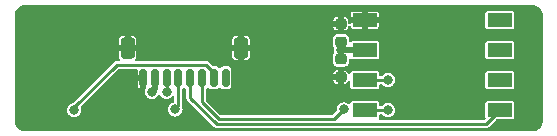
<source format=gbr>
%TF.GenerationSoftware,KiCad,Pcbnew,6.0.10-86aedd382b~118~ubuntu22.04.1*%
%TF.CreationDate,2023-03-14T18:26:23-07:00*%
%TF.ProjectId,pressure-spi-3,70726573-7375-4726-952d-7370692d332e,rev?*%
%TF.SameCoordinates,Original*%
%TF.FileFunction,Copper,L1,Top*%
%TF.FilePolarity,Positive*%
%FSLAX46Y46*%
G04 Gerber Fmt 4.6, Leading zero omitted, Abs format (unit mm)*
G04 Created by KiCad (PCBNEW 6.0.10-86aedd382b~118~ubuntu22.04.1) date 2023-03-14 18:26:23*
%MOMM*%
%LPD*%
G01*
G04 APERTURE LIST*
G04 Aperture macros list*
%AMRoundRect*
0 Rectangle with rounded corners*
0 $1 Rounding radius*
0 $2 $3 $4 $5 $6 $7 $8 $9 X,Y pos of 4 corners*
0 Add a 4 corners polygon primitive as box body*
4,1,4,$2,$3,$4,$5,$6,$7,$8,$9,$2,$3,0*
0 Add four circle primitives for the rounded corners*
1,1,$1+$1,$2,$3*
1,1,$1+$1,$4,$5*
1,1,$1+$1,$6,$7*
1,1,$1+$1,$8,$9*
0 Add four rect primitives between the rounded corners*
20,1,$1+$1,$2,$3,$4,$5,0*
20,1,$1+$1,$4,$5,$6,$7,0*
20,1,$1+$1,$6,$7,$8,$9,0*
20,1,$1+$1,$8,$9,$2,$3,0*%
G04 Aperture macros list end*
%TA.AperFunction,SMDPad,CuDef*%
%ADD10RoundRect,0.150000X-0.150000X-0.625000X0.150000X-0.625000X0.150000X0.625000X-0.150000X0.625000X0*%
%TD*%
%TA.AperFunction,SMDPad,CuDef*%
%ADD11RoundRect,0.250000X-0.350000X-0.650000X0.350000X-0.650000X0.350000X0.650000X-0.350000X0.650000X0*%
%TD*%
%TA.AperFunction,SMDPad,CuDef*%
%ADD12R,2.032000X1.143000*%
%TD*%
%TA.AperFunction,SMDPad,CuDef*%
%ADD13RoundRect,0.225000X-0.250000X0.225000X-0.250000X-0.225000X0.250000X-0.225000X0.250000X0.225000X0*%
%TD*%
%TA.AperFunction,SMDPad,CuDef*%
%ADD14RoundRect,0.225000X0.250000X-0.225000X0.250000X0.225000X-0.250000X0.225000X-0.250000X-0.225000X0*%
%TD*%
%TA.AperFunction,ViaPad*%
%ADD15C,0.800000*%
%TD*%
%TA.AperFunction,Conductor*%
%ADD16C,0.500000*%
%TD*%
%TA.AperFunction,Conductor*%
%ADD17C,0.250000*%
%TD*%
G04 APERTURE END LIST*
D10*
%TO.P,J1,1,Pin_1*%
%TO.N,GND*%
X-11500000Y-6325000D03*
%TO.P,J1,2,Pin_2*%
%TO.N,+3V3*%
X-10500000Y-6325000D03*
%TO.P,J1,3,Pin_3*%
%TO.N,/MISO*%
X-9500000Y-6325000D03*
%TO.P,J1,4,Pin_4*%
%TO.N,/SCLK*%
X-8500000Y-6325000D03*
%TO.P,J1,5,Pin_5*%
%TO.N,/!CS0*%
X-7500000Y-6325000D03*
%TO.P,J1,6,Pin_6*%
%TO.N,/!CS1*%
X-6500000Y-6325000D03*
%TO.P,J1,7,Pin_7*%
%TO.N,/!CS2*%
X-5500000Y-6325000D03*
%TO.P,J1,8,Pin_8*%
%TO.N,unconnected-(J1-Pad8)*%
X-4500000Y-6325000D03*
D11*
%TO.P,J1,MP*%
%TO.N,GND*%
X-12800000Y-3800000D03*
X-3200000Y-3800000D03*
%TD*%
D12*
%TO.P,U1,1,GND*%
%TO.N,GND*%
X7284000Y-1440000D03*
%TO.P,U1,2,VCC*%
%TO.N,+3V3*%
X7284000Y-3980000D03*
%TO.P,U1,3,MISO*%
%TO.N,/MISO*%
X7284000Y-6520000D03*
%TO.P,U1,4,SCLK*%
%TO.N,/SCLK*%
X7284000Y-9060000D03*
%TO.P,U1,5,SS*%
%TO.N,/!CS0*%
X18716000Y-9060000D03*
%TO.P,U1,6*%
%TO.N,N/C*%
X18716000Y-6520000D03*
%TO.P,U1,7*%
X18716000Y-3980000D03*
%TO.P,U1,8*%
X18716000Y-1440000D03*
%TD*%
D13*
%TO.P,C11,1*%
%TO.N,+3V3*%
X5250000Y-4725000D03*
%TO.P,C11,2*%
%TO.N,GND*%
X5250000Y-6275000D03*
%TD*%
D14*
%TO.P,C12,1*%
%TO.N,+3V3*%
X5250000Y-3275000D03*
%TO.P,C12,2*%
%TO.N,GND*%
X5250000Y-1725000D03*
%TD*%
D15*
%TO.N,+3V3*%
X5250000Y-4000000D03*
X-10750000Y-7500000D03*
%TO.N,GND*%
X-13000000Y-8750000D03*
X-13000000Y-1750000D03*
X21500000Y-1750000D03*
X-21750000Y-9500000D03*
X0Y-6250000D03*
X13000000Y-1750000D03*
X-21750000Y-1750000D03*
X0Y-1750000D03*
X21500000Y-9500000D03*
X13000000Y-9000000D03*
X0Y-8750000D03*
X13000000Y-6250000D03*
%TO.N,/!CS1*%
X5500000Y-9000000D03*
%TO.N,/MISO*%
X-9500000Y-7500000D03*
X9250000Y-6500000D03*
%TO.N,/SCLK*%
X9250000Y-9060000D03*
X-8750000Y-9000000D03*
%TO.N,/!CS2*%
X-17310000Y-9060000D03*
%TD*%
D16*
%TO.N,+3V3*%
X5250000Y-4000000D02*
X5250000Y-4725000D01*
X5250000Y-4000000D02*
X5270000Y-3980000D01*
X5270000Y-3980000D02*
X7284000Y-3980000D01*
X5250000Y-3275000D02*
X5250000Y-4000000D01*
X-10500000Y-7250000D02*
X-10750000Y-7500000D01*
X-10500000Y-6325000D02*
X-10500000Y-7250000D01*
D17*
%TO.N,/!CS1*%
X4700000Y-9800000D02*
X5500000Y-9000000D01*
X-6500000Y-8363604D02*
X-5063604Y-9800000D01*
X-6500000Y-6325000D02*
X-6500000Y-8363604D01*
X-5063604Y-9800000D02*
X4700000Y-9800000D01*
%TO.N,/MISO*%
X-9500000Y-6325000D02*
X-9500000Y-7500000D01*
X9230000Y-6520000D02*
X7284000Y-6520000D01*
X9250000Y-6500000D02*
X9230000Y-6520000D01*
%TO.N,/SCLK*%
X9250000Y-9060000D02*
X7284000Y-9060000D01*
X-8500000Y-8750000D02*
X-8750000Y-9000000D01*
X-8500000Y-6325000D02*
X-8500000Y-8750000D01*
%TO.N,/!CS0*%
X17526000Y-10250000D02*
X18716000Y-9060000D01*
X-5250000Y-10250000D02*
X17526000Y-10250000D01*
X-7500000Y-8000000D02*
X-5250000Y-10250000D01*
X-7500000Y-6325000D02*
X-7500000Y-8000000D01*
%TO.N,/!CS2*%
X-17310000Y-8810000D02*
X-13725000Y-5225000D01*
X-13725000Y-5225000D02*
X-6153249Y-5225000D01*
X-5500000Y-5878249D02*
X-5500000Y-6325000D01*
X-6153249Y-5225000D02*
X-5500000Y-5878249D01*
X-17310000Y-9060000D02*
X-17310000Y-8810000D01*
%TD*%
%TA.AperFunction,Conductor*%
%TO.N,GND*%
G36*
X21471315Y-151516D02*
G01*
X21483978Y-151516D01*
X21500000Y-155809D01*
X21514178Y-152010D01*
X21516478Y-152123D01*
X21653379Y-165607D01*
X21677596Y-170423D01*
X21813219Y-211563D01*
X21836033Y-221013D01*
X21961017Y-287820D01*
X21981549Y-301539D01*
X22019781Y-332916D01*
X22091094Y-391441D01*
X22108559Y-408906D01*
X22198459Y-518448D01*
X22212180Y-538983D01*
X22278985Y-663964D01*
X22278986Y-663965D01*
X22288437Y-686781D01*
X22329577Y-822404D01*
X22334393Y-846621D01*
X22335703Y-859914D01*
X22347877Y-983522D01*
X22347990Y-985822D01*
X22344191Y-1000000D01*
X22348484Y-1016022D01*
X22348484Y-1028685D01*
X22349500Y-1036402D01*
X22349500Y-9963598D01*
X22348484Y-9971315D01*
X22348484Y-9983978D01*
X22344191Y-10000000D01*
X22347990Y-10014178D01*
X22347877Y-10016478D01*
X22334394Y-10153376D01*
X22329577Y-10177596D01*
X22288438Y-10313216D01*
X22278987Y-10336033D01*
X22212184Y-10461012D01*
X22212182Y-10461015D01*
X22198461Y-10481549D01*
X22176173Y-10508707D01*
X22108559Y-10591094D01*
X22091094Y-10608559D01*
X22019781Y-10667084D01*
X21981549Y-10698461D01*
X21961017Y-10712180D01*
X21836033Y-10778987D01*
X21813219Y-10788437D01*
X21677596Y-10829577D01*
X21653379Y-10834393D01*
X21517012Y-10847824D01*
X21516478Y-10847877D01*
X21514178Y-10847990D01*
X21500000Y-10844191D01*
X21483978Y-10848484D01*
X21471315Y-10848484D01*
X21463598Y-10849500D01*
X-21463598Y-10849500D01*
X-21471315Y-10848484D01*
X-21483978Y-10848484D01*
X-21500000Y-10844191D01*
X-21514178Y-10847990D01*
X-21516478Y-10847877D01*
X-21517012Y-10847824D01*
X-21653379Y-10834393D01*
X-21677602Y-10829575D01*
X-21813216Y-10788437D01*
X-21836036Y-10778985D01*
X-21961012Y-10712184D01*
X-21981549Y-10698461D01*
X-22091094Y-10608560D01*
X-22108560Y-10591094D01*
X-22198461Y-10481549D01*
X-22212184Y-10461012D01*
X-22278985Y-10336036D01*
X-22288437Y-10313216D01*
X-22329575Y-10177602D01*
X-22334394Y-10153376D01*
X-22347877Y-10016478D01*
X-22347990Y-10014178D01*
X-22344191Y-10000000D01*
X-22348484Y-9983978D01*
X-22348484Y-9971315D01*
X-22349500Y-9963598D01*
X-22349500Y-9060000D01*
X-17915682Y-9060000D01*
X-17895044Y-9216762D01*
X-17834536Y-9362841D01*
X-17738282Y-9488282D01*
X-17612841Y-9584536D01*
X-17466762Y-9645044D01*
X-17310000Y-9665682D01*
X-17301812Y-9664604D01*
X-17161426Y-9646122D01*
X-17153238Y-9645044D01*
X-17007159Y-9584536D01*
X-16881718Y-9488282D01*
X-16785464Y-9362841D01*
X-16724956Y-9216762D01*
X-16704318Y-9060000D01*
X-16724956Y-8903238D01*
X-16756576Y-8826901D01*
X-16764165Y-8756312D01*
X-16729262Y-8689588D01*
X-15030514Y-6990840D01*
X-11950000Y-6990840D01*
X-11949558Y-6998286D01*
X-11948006Y-7011336D01*
X-11943048Y-7029374D01*
X-11906245Y-7112231D01*
X-11893287Y-7131085D01*
X-11830658Y-7193604D01*
X-11811787Y-7206526D01*
X-11770570Y-7224747D01*
X-11756587Y-7226585D01*
X-11754000Y-7222449D01*
X-11754000Y-6597115D01*
X-11758475Y-6581876D01*
X-11759865Y-6580671D01*
X-11767548Y-6579000D01*
X-11931885Y-6579000D01*
X-11947124Y-6583475D01*
X-11948329Y-6584865D01*
X-11950000Y-6592548D01*
X-11950000Y-6990840D01*
X-15030514Y-6990840D01*
X-13627079Y-5587405D01*
X-13564767Y-5553379D01*
X-13537984Y-5550500D01*
X-12076000Y-5550500D01*
X-12007879Y-5570502D01*
X-11961386Y-5624158D01*
X-11950000Y-5676500D01*
X-11950000Y-6052885D01*
X-11945525Y-6068124D01*
X-11944135Y-6069329D01*
X-11936452Y-6071000D01*
X-11372000Y-6071000D01*
X-11303879Y-6091002D01*
X-11257386Y-6144658D01*
X-11246000Y-6197000D01*
X-11246000Y-7117198D01*
X-11265443Y-7183417D01*
X-11265379Y-7183454D01*
X-11265532Y-7183720D01*
X-11266002Y-7185319D01*
X-11268537Y-7188923D01*
X-11269511Y-7190610D01*
X-11274536Y-7197159D01*
X-11335044Y-7343238D01*
X-11355682Y-7500000D01*
X-11335044Y-7656762D01*
X-11274536Y-7802841D01*
X-11178282Y-7928282D01*
X-11052841Y-8024536D01*
X-10906762Y-8085044D01*
X-10750000Y-8105682D01*
X-10741812Y-8104604D01*
X-10601426Y-8086122D01*
X-10593238Y-8085044D01*
X-10447159Y-8024536D01*
X-10321718Y-7928282D01*
X-10225464Y-7802841D01*
X-10222799Y-7804886D01*
X-10182750Y-7766691D01*
X-10113038Y-7753246D01*
X-10047124Y-7779625D01*
X-10026020Y-7803980D01*
X-10024536Y-7802841D01*
X-9928282Y-7928282D01*
X-9802841Y-8024536D01*
X-9656762Y-8085044D01*
X-9500000Y-8105682D01*
X-9491812Y-8104604D01*
X-9351426Y-8086122D01*
X-9343238Y-8085044D01*
X-9197159Y-8024536D01*
X-9071718Y-7928282D01*
X-9051463Y-7901885D01*
X-8994125Y-7860018D01*
X-8923254Y-7855796D01*
X-8861351Y-7890560D01*
X-8828070Y-7953272D01*
X-8825500Y-7978589D01*
X-8825500Y-8297615D01*
X-8845502Y-8365736D01*
X-8899158Y-8412229D01*
X-8906736Y-8414953D01*
X-8906762Y-8414956D01*
X-9052841Y-8475464D01*
X-9178282Y-8571718D01*
X-9274536Y-8697159D01*
X-9335044Y-8843238D01*
X-9355682Y-9000000D01*
X-9335044Y-9156762D01*
X-9274536Y-9302841D01*
X-9178282Y-9428282D01*
X-9052841Y-9524536D01*
X-8906762Y-9585044D01*
X-8750000Y-9605682D01*
X-8741812Y-9604604D01*
X-8601426Y-9586122D01*
X-8593238Y-9585044D01*
X-8447159Y-9524536D01*
X-8321718Y-9428282D01*
X-8225464Y-9302841D01*
X-8164956Y-9156762D01*
X-8144318Y-9000000D01*
X-8164956Y-8843238D01*
X-8168116Y-8835609D01*
X-8169536Y-8830310D01*
X-8173228Y-8788105D01*
X-8170737Y-8778807D01*
X-8174021Y-8741269D01*
X-8174500Y-8730288D01*
X-8174500Y-7322468D01*
X-8154498Y-7254347D01*
X-8137673Y-7233450D01*
X-8136160Y-7231935D01*
X-8089197Y-7184889D01*
X-8026913Y-7150810D01*
X-7956093Y-7155813D01*
X-7911006Y-7184733D01*
X-7862483Y-7233171D01*
X-7828403Y-7295454D01*
X-7825500Y-7322345D01*
X-7825500Y-7980290D01*
X-7825980Y-7991272D01*
X-7829264Y-8028807D01*
X-7826410Y-8039456D01*
X-7819509Y-8065210D01*
X-7817130Y-8075942D01*
X-7810588Y-8113045D01*
X-7805077Y-8122590D01*
X-7803885Y-8125866D01*
X-7802408Y-8129034D01*
X-7799554Y-8139684D01*
X-7793230Y-8148715D01*
X-7777945Y-8170544D01*
X-7772039Y-8179815D01*
X-7758707Y-8202906D01*
X-7753194Y-8212455D01*
X-7744749Y-8219541D01*
X-7724318Y-8236685D01*
X-7716215Y-8244111D01*
X-5494111Y-10466215D01*
X-5486685Y-10474318D01*
X-5462455Y-10503194D01*
X-5452906Y-10508707D01*
X-5429815Y-10522039D01*
X-5420544Y-10527945D01*
X-5389684Y-10549554D01*
X-5379031Y-10552409D01*
X-5375869Y-10553883D01*
X-5372593Y-10555075D01*
X-5363045Y-10560588D01*
X-5352190Y-10562502D01*
X-5352185Y-10562504D01*
X-5325935Y-10567133D01*
X-5315208Y-10569511D01*
X-5289452Y-10576412D01*
X-5289449Y-10576412D01*
X-5278806Y-10579264D01*
X-5267831Y-10578304D01*
X-5267829Y-10578304D01*
X-5241256Y-10575979D01*
X-5230275Y-10575500D01*
X17506290Y-10575500D01*
X17517272Y-10575980D01*
X17543820Y-10578303D01*
X17543822Y-10578303D01*
X17554807Y-10579264D01*
X17591215Y-10569508D01*
X17601942Y-10567130D01*
X17605301Y-10566538D01*
X17639045Y-10560588D01*
X17648590Y-10555077D01*
X17651866Y-10553885D01*
X17655034Y-10552408D01*
X17665684Y-10549554D01*
X17696544Y-10527945D01*
X17705815Y-10522039D01*
X17728906Y-10508707D01*
X17738455Y-10503194D01*
X17762685Y-10474317D01*
X17770111Y-10466215D01*
X18367421Y-9868905D01*
X18429733Y-9834879D01*
X18456516Y-9832000D01*
X19751748Y-9832000D01*
X19757816Y-9830793D01*
X19798061Y-9822788D01*
X19798062Y-9822788D01*
X19810231Y-9820367D01*
X19876552Y-9776052D01*
X19920867Y-9709731D01*
X19932500Y-9651248D01*
X19932500Y-8468752D01*
X19929174Y-8452031D01*
X19923288Y-8422439D01*
X19923288Y-8422438D01*
X19920867Y-8410269D01*
X19876552Y-8343948D01*
X19810231Y-8299633D01*
X19798062Y-8297212D01*
X19798061Y-8297212D01*
X19757816Y-8289207D01*
X19751748Y-8288000D01*
X17680252Y-8288000D01*
X17674184Y-8289207D01*
X17633939Y-8297212D01*
X17633938Y-8297212D01*
X17621769Y-8299633D01*
X17555448Y-8343948D01*
X17511133Y-8410269D01*
X17508712Y-8422438D01*
X17508712Y-8422439D01*
X17502826Y-8452031D01*
X17499500Y-8468752D01*
X17499500Y-9651248D01*
X17500707Y-9657316D01*
X17511133Y-9709731D01*
X17509918Y-9709973D01*
X17516125Y-9767733D01*
X17481223Y-9834451D01*
X17428079Y-9887595D01*
X17365767Y-9921621D01*
X17338984Y-9924500D01*
X8581093Y-9924500D01*
X8512972Y-9904498D01*
X8466479Y-9850842D01*
X8456375Y-9780568D01*
X8476328Y-9728498D01*
X8481973Y-9720050D01*
X8481975Y-9720046D01*
X8488867Y-9709731D01*
X8500500Y-9651248D01*
X8500500Y-9511500D01*
X8520502Y-9443379D01*
X8574158Y-9396886D01*
X8626500Y-9385500D01*
X8680714Y-9385500D01*
X8748835Y-9405502D01*
X8780677Y-9434796D01*
X8821718Y-9488282D01*
X8947159Y-9584536D01*
X9093238Y-9645044D01*
X9250000Y-9665682D01*
X9258188Y-9664604D01*
X9398574Y-9646122D01*
X9406762Y-9645044D01*
X9552841Y-9584536D01*
X9678282Y-9488282D01*
X9774536Y-9362841D01*
X9835044Y-9216762D01*
X9855682Y-9060000D01*
X9835044Y-8903238D01*
X9774536Y-8757159D01*
X9678282Y-8631718D01*
X9552841Y-8535464D01*
X9425053Y-8482532D01*
X9414391Y-8478116D01*
X9406762Y-8474956D01*
X9397192Y-8473696D01*
X9258188Y-8455396D01*
X9250000Y-8454318D01*
X9241812Y-8455396D01*
X9102809Y-8473696D01*
X9093238Y-8474956D01*
X9085609Y-8478116D01*
X9074947Y-8482532D01*
X8947159Y-8535464D01*
X8821718Y-8631718D01*
X8816695Y-8638264D01*
X8780677Y-8685204D01*
X8723339Y-8727071D01*
X8680714Y-8734500D01*
X8626500Y-8734500D01*
X8558379Y-8714498D01*
X8511886Y-8660842D01*
X8500500Y-8608500D01*
X8500500Y-8468752D01*
X8497174Y-8452031D01*
X8491288Y-8422439D01*
X8491288Y-8422438D01*
X8488867Y-8410269D01*
X8444552Y-8343948D01*
X8378231Y-8299633D01*
X8366062Y-8297212D01*
X8366061Y-8297212D01*
X8325816Y-8289207D01*
X8319748Y-8288000D01*
X6248252Y-8288000D01*
X6242184Y-8289207D01*
X6201939Y-8297212D01*
X6201938Y-8297212D01*
X6189769Y-8299633D01*
X6123448Y-8343948D01*
X6079133Y-8410269D01*
X6076712Y-8422438D01*
X6076712Y-8422439D01*
X6070826Y-8452031D01*
X6037918Y-8514941D01*
X5976223Y-8550073D01*
X5905329Y-8546273D01*
X5870544Y-8527413D01*
X5809396Y-8480493D01*
X5809392Y-8480491D01*
X5802841Y-8475464D01*
X5656762Y-8414956D01*
X5500000Y-8394318D01*
X5343238Y-8414956D01*
X5197159Y-8475464D01*
X5071718Y-8571718D01*
X4975464Y-8697159D01*
X4914956Y-8843238D01*
X4894318Y-9000000D01*
X4895396Y-9008188D01*
X4903118Y-9066842D01*
X4892179Y-9136990D01*
X4867291Y-9172383D01*
X4602079Y-9437595D01*
X4539767Y-9471621D01*
X4512984Y-9474500D01*
X-4876588Y-9474500D01*
X-4944709Y-9454498D01*
X-4965683Y-9437595D01*
X-6137595Y-8265683D01*
X-6171621Y-8203371D01*
X-6174500Y-8176588D01*
X-6174500Y-7322468D01*
X-6154498Y-7254347D01*
X-6137673Y-7233450D01*
X-6136160Y-7231935D01*
X-6089197Y-7184889D01*
X-6026913Y-7150810D01*
X-5956093Y-7155813D01*
X-5911006Y-7184733D01*
X-5869928Y-7225739D01*
X-5856350Y-7239293D01*
X-5751518Y-7290536D01*
X-5721027Y-7294984D01*
X-5687744Y-7299840D01*
X-5687740Y-7299840D01*
X-5683218Y-7300500D01*
X-5316782Y-7300500D01*
X-5312232Y-7299830D01*
X-5312229Y-7299830D01*
X-5257574Y-7291784D01*
X-5257573Y-7291784D01*
X-5247888Y-7290358D01*
X-5180373Y-7257210D01*
X-5152493Y-7243522D01*
X-5152491Y-7243521D01*
X-5143145Y-7238932D01*
X-5117770Y-7213513D01*
X-5089196Y-7184889D01*
X-5026913Y-7150810D01*
X-4956093Y-7155813D01*
X-4911006Y-7184733D01*
X-4869928Y-7225739D01*
X-4856350Y-7239293D01*
X-4751518Y-7290536D01*
X-4721027Y-7294984D01*
X-4687744Y-7299840D01*
X-4687740Y-7299840D01*
X-4683218Y-7300500D01*
X-4316782Y-7300500D01*
X-4312232Y-7299830D01*
X-4312229Y-7299830D01*
X-4257574Y-7291784D01*
X-4257573Y-7291784D01*
X-4247888Y-7290358D01*
X-4180373Y-7257210D01*
X-4152493Y-7243522D01*
X-4152491Y-7243521D01*
X-4143145Y-7238932D01*
X-4089196Y-7184889D01*
X-4068065Y-7163721D01*
X-4068065Y-7163720D01*
X-4060707Y-7156350D01*
X-4009464Y-7051518D01*
X-3999500Y-6983218D01*
X-3999500Y-6539625D01*
X4625636Y-6539625D01*
X4625670Y-6540097D01*
X4634424Y-6599565D01*
X4640165Y-6618039D01*
X4686281Y-6711966D01*
X4698241Y-6728671D01*
X4771855Y-6802157D01*
X4788582Y-6814089D01*
X4882598Y-6860044D01*
X4901065Y-6865752D01*
X4959931Y-6874340D01*
X4969031Y-6875000D01*
X4977885Y-6875000D01*
X4993124Y-6870525D01*
X4994329Y-6869135D01*
X4996000Y-6861452D01*
X4996000Y-6856885D01*
X5504000Y-6856885D01*
X5508475Y-6872124D01*
X5509865Y-6873329D01*
X5517548Y-6875000D01*
X5530936Y-6875000D01*
X5540097Y-6874330D01*
X5599565Y-6865576D01*
X5618039Y-6859835D01*
X5711966Y-6813719D01*
X5728671Y-6801759D01*
X5802157Y-6728145D01*
X5814089Y-6711418D01*
X5828300Y-6682345D01*
X5876186Y-6629928D01*
X5944808Y-6611721D01*
X6012380Y-6633505D01*
X6057448Y-6688363D01*
X6067500Y-6737678D01*
X6067500Y-7111248D01*
X6068707Y-7117316D01*
X6076365Y-7155813D01*
X6079133Y-7169731D01*
X6123448Y-7236052D01*
X6189769Y-7280367D01*
X6201938Y-7282788D01*
X6201939Y-7282788D01*
X6239997Y-7290358D01*
X6248252Y-7292000D01*
X8319748Y-7292000D01*
X8328003Y-7290358D01*
X8366061Y-7282788D01*
X8366062Y-7282788D01*
X8378231Y-7280367D01*
X8444552Y-7236052D01*
X8488867Y-7169731D01*
X8491636Y-7155813D01*
X8499293Y-7117316D01*
X8500500Y-7111248D01*
X17499500Y-7111248D01*
X17500707Y-7117316D01*
X17508365Y-7155813D01*
X17511133Y-7169731D01*
X17555448Y-7236052D01*
X17621769Y-7280367D01*
X17633938Y-7282788D01*
X17633939Y-7282788D01*
X17671997Y-7290358D01*
X17680252Y-7292000D01*
X19751748Y-7292000D01*
X19760003Y-7290358D01*
X19798061Y-7282788D01*
X19798062Y-7282788D01*
X19810231Y-7280367D01*
X19876552Y-7236052D01*
X19920867Y-7169731D01*
X19923636Y-7155813D01*
X19931293Y-7117316D01*
X19932500Y-7111248D01*
X19932500Y-5928752D01*
X19920867Y-5870269D01*
X19876552Y-5803948D01*
X19810231Y-5759633D01*
X19798062Y-5757212D01*
X19798061Y-5757212D01*
X19757816Y-5749207D01*
X19751748Y-5748000D01*
X17680252Y-5748000D01*
X17674184Y-5749207D01*
X17633939Y-5757212D01*
X17633938Y-5757212D01*
X17621769Y-5759633D01*
X17555448Y-5803948D01*
X17511133Y-5870269D01*
X17499500Y-5928752D01*
X17499500Y-7111248D01*
X8500500Y-7111248D01*
X8500500Y-6971500D01*
X8520502Y-6903379D01*
X8574158Y-6856886D01*
X8626500Y-6845500D01*
X8696061Y-6845500D01*
X8764182Y-6865502D01*
X8796023Y-6894796D01*
X8816689Y-6921729D01*
X8816692Y-6921732D01*
X8821718Y-6928282D01*
X8947159Y-7024536D01*
X9093238Y-7085044D01*
X9250000Y-7105682D01*
X9258188Y-7104604D01*
X9398574Y-7086122D01*
X9406762Y-7085044D01*
X9552841Y-7024536D01*
X9678282Y-6928282D01*
X9774536Y-6802841D01*
X9835044Y-6656762D01*
X9855682Y-6500000D01*
X9835044Y-6343238D01*
X9774536Y-6197159D01*
X9678282Y-6071718D01*
X9552841Y-5975464D01*
X9406762Y-5914956D01*
X9250000Y-5894318D01*
X9093238Y-5914956D01*
X8947159Y-5975464D01*
X8905471Y-6007452D01*
X8846262Y-6052885D01*
X8821718Y-6071718D01*
X8816692Y-6078268D01*
X8816689Y-6078271D01*
X8765330Y-6145204D01*
X8707992Y-6187071D01*
X8665368Y-6194500D01*
X8626500Y-6194500D01*
X8558379Y-6174498D01*
X8511886Y-6120842D01*
X8500500Y-6068500D01*
X8500500Y-5928752D01*
X8488867Y-5870269D01*
X8444552Y-5803948D01*
X8378231Y-5759633D01*
X8366062Y-5757212D01*
X8366061Y-5757212D01*
X8325816Y-5749207D01*
X8319748Y-5748000D01*
X6248252Y-5748000D01*
X6242184Y-5749207D01*
X6201939Y-5757212D01*
X6201938Y-5757212D01*
X6189769Y-5759633D01*
X6123448Y-5803948D01*
X6079133Y-5870269D01*
X6076712Y-5882439D01*
X6073011Y-5891375D01*
X6028464Y-5946656D01*
X5961100Y-5969078D01*
X5892309Y-5951520D01*
X5843499Y-5898689D01*
X5813719Y-5838034D01*
X5801759Y-5821329D01*
X5728145Y-5747843D01*
X5711418Y-5735911D01*
X5617402Y-5689956D01*
X5598935Y-5684248D01*
X5540069Y-5675660D01*
X5530969Y-5675000D01*
X5522115Y-5675000D01*
X5506876Y-5679475D01*
X5505671Y-5680865D01*
X5504000Y-5688548D01*
X5504000Y-6856885D01*
X4996000Y-6856885D01*
X4996000Y-6547115D01*
X4991525Y-6531876D01*
X4990135Y-6530671D01*
X4982452Y-6529000D01*
X4643115Y-6529000D01*
X4627876Y-6533475D01*
X4626671Y-6534865D01*
X4625636Y-6539625D01*
X-3999500Y-6539625D01*
X-3999500Y-6006726D01*
X4626128Y-6006726D01*
X4629475Y-6018124D01*
X4630865Y-6019329D01*
X4638548Y-6021000D01*
X4977885Y-6021000D01*
X4993124Y-6016525D01*
X4994329Y-6015135D01*
X4996000Y-6007452D01*
X4996000Y-5693115D01*
X4991525Y-5677876D01*
X4990135Y-5676671D01*
X4982452Y-5675000D01*
X4969064Y-5675000D01*
X4959903Y-5675670D01*
X4900435Y-5684424D01*
X4881961Y-5690165D01*
X4788034Y-5736281D01*
X4771329Y-5748241D01*
X4697843Y-5821855D01*
X4685911Y-5838582D01*
X4639956Y-5932598D01*
X4634248Y-5951065D01*
X4626128Y-6006726D01*
X-3999500Y-6006726D01*
X-3999500Y-5666782D01*
X-4009642Y-5597888D01*
X-4061068Y-5493145D01*
X-4143650Y-5410707D01*
X-4248482Y-5359464D01*
X-4278973Y-5355016D01*
X-4312256Y-5350160D01*
X-4312260Y-5350160D01*
X-4316782Y-5349500D01*
X-4683218Y-5349500D01*
X-4687768Y-5350170D01*
X-4687771Y-5350170D01*
X-4742426Y-5358216D01*
X-4742427Y-5358216D01*
X-4752112Y-5359642D01*
X-4784411Y-5375500D01*
X-4847507Y-5406478D01*
X-4847509Y-5406479D01*
X-4856855Y-5411068D01*
X-4864213Y-5418438D01*
X-4864212Y-5418438D01*
X-4910804Y-5465111D01*
X-4973087Y-5499190D01*
X-5043907Y-5494187D01*
X-5088994Y-5465267D01*
X-5136279Y-5418065D01*
X-5136280Y-5418065D01*
X-5143650Y-5410707D01*
X-5248482Y-5359464D01*
X-5278973Y-5355016D01*
X-5312256Y-5350160D01*
X-5312260Y-5350160D01*
X-5316782Y-5349500D01*
X-5516233Y-5349500D01*
X-5584354Y-5329498D01*
X-5605328Y-5312595D01*
X-5909138Y-5008785D01*
X-5916565Y-5000681D01*
X-5922008Y-4994195D01*
X-5930992Y-4983488D01*
X4574500Y-4983488D01*
X4590281Y-5083126D01*
X4651472Y-5203220D01*
X4746780Y-5298528D01*
X4866874Y-5359719D01*
X4876663Y-5361269D01*
X4876665Y-5361270D01*
X4906149Y-5365940D01*
X4966512Y-5375500D01*
X5533488Y-5375500D01*
X5593851Y-5365940D01*
X5623335Y-5361270D01*
X5623337Y-5361269D01*
X5633126Y-5359719D01*
X5753220Y-5298528D01*
X5848528Y-5203220D01*
X5909719Y-5083126D01*
X5925500Y-4983488D01*
X5925500Y-4798872D01*
X5945502Y-4730751D01*
X5999158Y-4684258D01*
X6069432Y-4674154D01*
X6122029Y-4698175D01*
X6123448Y-4696052D01*
X6189769Y-4740367D01*
X6201938Y-4742788D01*
X6201939Y-4742788D01*
X6242184Y-4750793D01*
X6248252Y-4752000D01*
X8319748Y-4752000D01*
X8325816Y-4750793D01*
X8366061Y-4742788D01*
X8366062Y-4742788D01*
X8378231Y-4740367D01*
X8444552Y-4696052D01*
X8488867Y-4629731D01*
X8500500Y-4571248D01*
X17499500Y-4571248D01*
X17511133Y-4629731D01*
X17555448Y-4696052D01*
X17621769Y-4740367D01*
X17633938Y-4742788D01*
X17633939Y-4742788D01*
X17674184Y-4750793D01*
X17680252Y-4752000D01*
X19751748Y-4752000D01*
X19757816Y-4750793D01*
X19798061Y-4742788D01*
X19798062Y-4742788D01*
X19810231Y-4740367D01*
X19876552Y-4696052D01*
X19920867Y-4629731D01*
X19932500Y-4571248D01*
X19932500Y-3388752D01*
X19920867Y-3330269D01*
X19876552Y-3263948D01*
X19810231Y-3219633D01*
X19798062Y-3217212D01*
X19798061Y-3217212D01*
X19757816Y-3209207D01*
X19751748Y-3208000D01*
X17680252Y-3208000D01*
X17674184Y-3209207D01*
X17633939Y-3217212D01*
X17633938Y-3217212D01*
X17621769Y-3219633D01*
X17555448Y-3263948D01*
X17511133Y-3330269D01*
X17499500Y-3388752D01*
X17499500Y-4571248D01*
X8500500Y-4571248D01*
X8500500Y-3388752D01*
X8488867Y-3330269D01*
X8444552Y-3263948D01*
X8378231Y-3219633D01*
X8366062Y-3217212D01*
X8366061Y-3217212D01*
X8325816Y-3209207D01*
X8319748Y-3208000D01*
X6248252Y-3208000D01*
X6242184Y-3209207D01*
X6201939Y-3217212D01*
X6201938Y-3217212D01*
X6189769Y-3219633D01*
X6123448Y-3263948D01*
X6121313Y-3260752D01*
X6078283Y-3284249D01*
X6007468Y-3279184D01*
X5950632Y-3236637D01*
X5925821Y-3170117D01*
X5925500Y-3161128D01*
X5925500Y-3016512D01*
X5909719Y-2916874D01*
X5848528Y-2796780D01*
X5753220Y-2701472D01*
X5633126Y-2640281D01*
X5623337Y-2638731D01*
X5623335Y-2638730D01*
X5593851Y-2634060D01*
X5533488Y-2624500D01*
X4966512Y-2624500D01*
X4906149Y-2634060D01*
X4876665Y-2638730D01*
X4876663Y-2638731D01*
X4866874Y-2640281D01*
X4746780Y-2701472D01*
X4651472Y-2796780D01*
X4590281Y-2916874D01*
X4574500Y-3016512D01*
X4574500Y-3533488D01*
X4590281Y-3633126D01*
X4594782Y-3641959D01*
X4651472Y-3753220D01*
X4649460Y-3754245D01*
X4668809Y-3808474D01*
X4665332Y-3842330D01*
X4664956Y-3843238D01*
X4644318Y-4000000D01*
X4664655Y-4154476D01*
X4664655Y-4154479D01*
X4664956Y-4156762D01*
X4664600Y-4156809D01*
X4663032Y-4222698D01*
X4650965Y-4246522D01*
X4651472Y-4246780D01*
X4590281Y-4366874D01*
X4574500Y-4466512D01*
X4574500Y-4983488D01*
X-5930992Y-4983488D01*
X-5940794Y-4971806D01*
X-5950343Y-4966293D01*
X-5973434Y-4952961D01*
X-5982705Y-4947055D01*
X-6004534Y-4931770D01*
X-6013565Y-4925446D01*
X-6024215Y-4922592D01*
X-6027383Y-4921115D01*
X-6030659Y-4919923D01*
X-6040204Y-4914412D01*
X-6073948Y-4908462D01*
X-6077307Y-4907870D01*
X-6088034Y-4905492D01*
X-6124442Y-4895736D01*
X-6135427Y-4896697D01*
X-6135429Y-4896697D01*
X-6161977Y-4899020D01*
X-6172959Y-4899500D01*
X-12030619Y-4899500D01*
X-12098740Y-4879498D01*
X-12145233Y-4825842D01*
X-12155337Y-4755568D01*
X-12132554Y-4699437D01*
X-12117856Y-4679208D01*
X-12069336Y-4583982D01*
X-12063284Y-4565355D01*
X-12050775Y-4486373D01*
X-12050000Y-4476527D01*
X-12050000Y-4476525D01*
X-3949999Y-4476525D01*
X-3949224Y-4486374D01*
X-3936717Y-4565351D01*
X-3930662Y-4583986D01*
X-3882141Y-4679213D01*
X-3870630Y-4695056D01*
X-3795056Y-4770630D01*
X-3779213Y-4782141D01*
X-3683982Y-4830664D01*
X-3665355Y-4836716D01*
X-3586373Y-4849225D01*
X-3576527Y-4850000D01*
X-3472115Y-4850000D01*
X-3456876Y-4845525D01*
X-3455671Y-4844135D01*
X-3454000Y-4836452D01*
X-3454000Y-4831884D01*
X-2946000Y-4831884D01*
X-2941525Y-4847123D01*
X-2940135Y-4848328D01*
X-2932452Y-4849999D01*
X-2823475Y-4849999D01*
X-2813626Y-4849224D01*
X-2734649Y-4836717D01*
X-2716014Y-4830662D01*
X-2620787Y-4782141D01*
X-2604944Y-4770630D01*
X-2529370Y-4695056D01*
X-2517859Y-4679213D01*
X-2469336Y-4583982D01*
X-2463284Y-4565355D01*
X-2450775Y-4486373D01*
X-2450000Y-4476527D01*
X-2450000Y-4072115D01*
X-2454475Y-4056876D01*
X-2455865Y-4055671D01*
X-2463548Y-4054000D01*
X-2927885Y-4054000D01*
X-2943124Y-4058475D01*
X-2944329Y-4059865D01*
X-2946000Y-4067548D01*
X-2946000Y-4831884D01*
X-3454000Y-4831884D01*
X-3454000Y-4072115D01*
X-3458475Y-4056876D01*
X-3459865Y-4055671D01*
X-3467548Y-4054000D01*
X-3931884Y-4054000D01*
X-3947123Y-4058475D01*
X-3948328Y-4059865D01*
X-3949999Y-4067548D01*
X-3949999Y-4476525D01*
X-12050000Y-4476525D01*
X-12050000Y-4072115D01*
X-12054475Y-4056876D01*
X-12055865Y-4055671D01*
X-12063548Y-4054000D01*
X-13531884Y-4054000D01*
X-13547123Y-4058475D01*
X-13548328Y-4059865D01*
X-13549999Y-4067548D01*
X-13549999Y-4476525D01*
X-13549224Y-4486374D01*
X-13536717Y-4565351D01*
X-13530662Y-4583986D01*
X-13482144Y-4679208D01*
X-13467446Y-4699437D01*
X-13443587Y-4766305D01*
X-13459666Y-4835457D01*
X-13510579Y-4884938D01*
X-13569381Y-4899500D01*
X-13705290Y-4899500D01*
X-13716272Y-4899020D01*
X-13742820Y-4896697D01*
X-13742822Y-4896697D01*
X-13753807Y-4895736D01*
X-13790215Y-4905492D01*
X-13800942Y-4907870D01*
X-13804301Y-4908462D01*
X-13838045Y-4914412D01*
X-13847590Y-4919923D01*
X-13850866Y-4921115D01*
X-13854034Y-4922592D01*
X-13864684Y-4925446D01*
X-13873715Y-4931770D01*
X-13895544Y-4947055D01*
X-13904815Y-4952961D01*
X-13927906Y-4966293D01*
X-13937455Y-4971806D01*
X-13944541Y-4980251D01*
X-13961685Y-5000682D01*
X-13969111Y-5008785D01*
X-17401410Y-8441084D01*
X-17457894Y-8473696D01*
X-17458572Y-8473878D01*
X-17466762Y-8474956D01*
X-17612841Y-8535464D01*
X-17738282Y-8631718D01*
X-17834536Y-8757159D01*
X-17895044Y-8903238D01*
X-17915682Y-9060000D01*
X-22349500Y-9060000D01*
X-22349500Y-3527885D01*
X-13550000Y-3527885D01*
X-13545525Y-3543124D01*
X-13544135Y-3544329D01*
X-13536452Y-3546000D01*
X-13072115Y-3546000D01*
X-13056876Y-3541525D01*
X-13055671Y-3540135D01*
X-13054000Y-3532452D01*
X-13054000Y-3527885D01*
X-12546000Y-3527885D01*
X-12541525Y-3543124D01*
X-12540135Y-3544329D01*
X-12532452Y-3546000D01*
X-12068116Y-3546000D01*
X-12052877Y-3541525D01*
X-12051672Y-3540135D01*
X-12050001Y-3532452D01*
X-12050001Y-3527885D01*
X-3950000Y-3527885D01*
X-3945525Y-3543124D01*
X-3944135Y-3544329D01*
X-3936452Y-3546000D01*
X-3472115Y-3546000D01*
X-3456876Y-3541525D01*
X-3455671Y-3540135D01*
X-3454000Y-3532452D01*
X-3454000Y-3527885D01*
X-2946000Y-3527885D01*
X-2941525Y-3543124D01*
X-2940135Y-3544329D01*
X-2932452Y-3546000D01*
X-2468116Y-3546000D01*
X-2452877Y-3541525D01*
X-2451672Y-3540135D01*
X-2450001Y-3532452D01*
X-2450001Y-3123475D01*
X-2450776Y-3113626D01*
X-2463283Y-3034649D01*
X-2469338Y-3016014D01*
X-2517859Y-2920787D01*
X-2529370Y-2904944D01*
X-2604944Y-2829370D01*
X-2620787Y-2817859D01*
X-2716018Y-2769336D01*
X-2734645Y-2763284D01*
X-2813627Y-2750775D01*
X-2823473Y-2750000D01*
X-2927885Y-2750000D01*
X-2943124Y-2754475D01*
X-2944329Y-2755865D01*
X-2946000Y-2763548D01*
X-2946000Y-3527885D01*
X-3454000Y-3527885D01*
X-3454000Y-2768116D01*
X-3458475Y-2752877D01*
X-3459865Y-2751672D01*
X-3467548Y-2750001D01*
X-3576525Y-2750001D01*
X-3586374Y-2750776D01*
X-3665351Y-2763283D01*
X-3683986Y-2769338D01*
X-3779213Y-2817859D01*
X-3795056Y-2829370D01*
X-3870630Y-2904944D01*
X-3882141Y-2920787D01*
X-3930664Y-3016018D01*
X-3936716Y-3034645D01*
X-3949225Y-3113627D01*
X-3950000Y-3123473D01*
X-3950000Y-3527885D01*
X-12050001Y-3527885D01*
X-12050001Y-3123475D01*
X-12050776Y-3113626D01*
X-12063283Y-3034649D01*
X-12069338Y-3016014D01*
X-12117859Y-2920787D01*
X-12129370Y-2904944D01*
X-12204944Y-2829370D01*
X-12220787Y-2817859D01*
X-12316018Y-2769336D01*
X-12334645Y-2763284D01*
X-12413627Y-2750775D01*
X-12423473Y-2750000D01*
X-12527885Y-2750000D01*
X-12543124Y-2754475D01*
X-12544329Y-2755865D01*
X-12546000Y-2763548D01*
X-12546000Y-3527885D01*
X-13054000Y-3527885D01*
X-13054000Y-2768116D01*
X-13058475Y-2752877D01*
X-13059865Y-2751672D01*
X-13067548Y-2750001D01*
X-13176525Y-2750001D01*
X-13186374Y-2750776D01*
X-13265351Y-2763283D01*
X-13283986Y-2769338D01*
X-13379213Y-2817859D01*
X-13395056Y-2829370D01*
X-13470630Y-2904944D01*
X-13482141Y-2920787D01*
X-13530664Y-3016018D01*
X-13536716Y-3034645D01*
X-13549225Y-3113627D01*
X-13550000Y-3123473D01*
X-13550000Y-3527885D01*
X-22349500Y-3527885D01*
X-22349500Y-1989625D01*
X4625636Y-1989625D01*
X4625670Y-1990097D01*
X4634424Y-2049565D01*
X4640165Y-2068039D01*
X4686281Y-2161966D01*
X4698241Y-2178671D01*
X4771855Y-2252157D01*
X4788582Y-2264089D01*
X4882598Y-2310044D01*
X4901065Y-2315752D01*
X4959931Y-2324340D01*
X4969031Y-2325000D01*
X4977885Y-2325000D01*
X4993124Y-2320525D01*
X4994329Y-2319135D01*
X4996000Y-2311452D01*
X4996000Y-2306885D01*
X5504000Y-2306885D01*
X5508475Y-2322124D01*
X5509865Y-2323329D01*
X5517548Y-2325000D01*
X5530936Y-2325000D01*
X5540097Y-2324330D01*
X5599565Y-2315576D01*
X5618039Y-2309835D01*
X5711966Y-2263719D01*
X5728671Y-2251759D01*
X5802157Y-2178145D01*
X5814089Y-2161418D01*
X5860044Y-2067402D01*
X5865752Y-2048935D01*
X5869091Y-2026049D01*
X5898718Y-1961529D01*
X5958524Y-1923269D01*
X6029520Y-1923417D01*
X6089166Y-1961924D01*
X6116852Y-2026502D01*
X6118001Y-2026274D01*
X6119080Y-2031698D01*
X6119165Y-2031897D01*
X6119210Y-2032351D01*
X6124282Y-2057852D01*
X6133599Y-2080348D01*
X6152963Y-2109328D01*
X6170172Y-2126537D01*
X6199156Y-2145904D01*
X6221642Y-2155218D01*
X6247158Y-2160293D01*
X6259412Y-2161500D01*
X7011885Y-2161500D01*
X7027124Y-2157025D01*
X7028329Y-2155635D01*
X7030000Y-2147952D01*
X7030000Y-2143384D01*
X7538000Y-2143384D01*
X7542475Y-2158623D01*
X7543865Y-2159828D01*
X7551548Y-2161499D01*
X8308586Y-2161499D01*
X8320846Y-2160291D01*
X8346352Y-2155218D01*
X8368848Y-2145901D01*
X8397828Y-2126537D01*
X8415037Y-2109328D01*
X8434404Y-2080344D01*
X8443718Y-2057858D01*
X8448793Y-2032342D01*
X8448901Y-2031248D01*
X17499500Y-2031248D01*
X17511133Y-2089731D01*
X17518026Y-2100047D01*
X17534137Y-2124158D01*
X17555448Y-2156052D01*
X17621769Y-2200367D01*
X17633938Y-2202788D01*
X17633939Y-2202788D01*
X17674184Y-2210793D01*
X17680252Y-2212000D01*
X19751748Y-2212000D01*
X19757816Y-2210793D01*
X19798061Y-2202788D01*
X19798062Y-2202788D01*
X19810231Y-2200367D01*
X19876552Y-2156052D01*
X19897863Y-2124158D01*
X19913974Y-2100047D01*
X19920867Y-2089731D01*
X19932500Y-2031248D01*
X19932500Y-848752D01*
X19920867Y-790269D01*
X19907773Y-770672D01*
X19883443Y-734261D01*
X19876552Y-723948D01*
X19810231Y-679633D01*
X19798062Y-677212D01*
X19798061Y-677212D01*
X19757816Y-669207D01*
X19751748Y-668000D01*
X17680252Y-668000D01*
X17674184Y-669207D01*
X17633939Y-677212D01*
X17633938Y-677212D01*
X17621769Y-679633D01*
X17555448Y-723948D01*
X17548557Y-734261D01*
X17524228Y-770672D01*
X17511133Y-790269D01*
X17499500Y-848752D01*
X17499500Y-2031248D01*
X8448901Y-2031248D01*
X8450000Y-2020088D01*
X8450000Y-1712115D01*
X8445525Y-1696876D01*
X8444135Y-1695671D01*
X8436452Y-1694000D01*
X7556115Y-1694000D01*
X7540876Y-1698475D01*
X7539671Y-1699865D01*
X7538000Y-1707548D01*
X7538000Y-2143384D01*
X7030000Y-2143384D01*
X7030000Y-1712115D01*
X7025525Y-1696876D01*
X7024135Y-1695671D01*
X7016452Y-1694000D01*
X6136116Y-1694000D01*
X6120877Y-1698475D01*
X6101506Y-1720830D01*
X6090096Y-1741726D01*
X6027784Y-1775751D01*
X5956968Y-1770687D01*
X5900132Y-1728140D01*
X5875321Y-1661620D01*
X5875000Y-1652631D01*
X5875000Y-1469064D01*
X5874330Y-1459903D01*
X5865576Y-1400435D01*
X5859835Y-1381961D01*
X5813719Y-1288034D01*
X5801759Y-1271329D01*
X5728145Y-1197843D01*
X5711418Y-1185911D01*
X5674540Y-1167885D01*
X6118000Y-1167885D01*
X6122475Y-1183124D01*
X6123865Y-1184329D01*
X6131548Y-1186000D01*
X7011885Y-1186000D01*
X7027124Y-1181525D01*
X7028329Y-1180135D01*
X7030000Y-1172452D01*
X7030000Y-1167885D01*
X7538000Y-1167885D01*
X7542475Y-1183124D01*
X7543865Y-1184329D01*
X7551548Y-1186000D01*
X8431884Y-1186000D01*
X8447123Y-1181525D01*
X8448328Y-1180135D01*
X8449999Y-1172452D01*
X8449999Y-859914D01*
X8448791Y-847654D01*
X8443718Y-822148D01*
X8434401Y-799652D01*
X8415037Y-770672D01*
X8397828Y-753463D01*
X8368844Y-734096D01*
X8346358Y-724782D01*
X8320842Y-719707D01*
X8308588Y-718500D01*
X7556115Y-718500D01*
X7540876Y-722975D01*
X7539671Y-724365D01*
X7538000Y-732048D01*
X7538000Y-1167885D01*
X7030000Y-1167885D01*
X7030000Y-736616D01*
X7025525Y-721377D01*
X7024135Y-720172D01*
X7016452Y-718501D01*
X6259414Y-718501D01*
X6247154Y-719709D01*
X6221648Y-724782D01*
X6199152Y-734099D01*
X6170172Y-753463D01*
X6152963Y-770672D01*
X6133596Y-799656D01*
X6124282Y-822142D01*
X6119207Y-847658D01*
X6118000Y-859912D01*
X6118000Y-1167885D01*
X5674540Y-1167885D01*
X5617402Y-1139956D01*
X5598935Y-1134248D01*
X5540069Y-1125660D01*
X5530969Y-1125000D01*
X5522115Y-1125000D01*
X5506876Y-1129475D01*
X5505671Y-1130865D01*
X5504000Y-1138548D01*
X5504000Y-2306885D01*
X4996000Y-2306885D01*
X4996000Y-1997115D01*
X4991525Y-1981876D01*
X4990135Y-1980671D01*
X4982452Y-1979000D01*
X4643115Y-1979000D01*
X4627876Y-1983475D01*
X4626671Y-1984865D01*
X4625636Y-1989625D01*
X-22349500Y-1989625D01*
X-22349500Y-1456726D01*
X4626128Y-1456726D01*
X4629475Y-1468124D01*
X4630865Y-1469329D01*
X4638548Y-1471000D01*
X4977885Y-1471000D01*
X4993124Y-1466525D01*
X4994329Y-1465135D01*
X4996000Y-1457452D01*
X4996000Y-1143115D01*
X4991525Y-1127876D01*
X4990135Y-1126671D01*
X4982452Y-1125000D01*
X4969064Y-1125000D01*
X4959903Y-1125670D01*
X4900435Y-1134424D01*
X4881961Y-1140165D01*
X4788034Y-1186281D01*
X4771329Y-1198241D01*
X4697843Y-1271855D01*
X4685911Y-1288582D01*
X4639956Y-1382598D01*
X4634248Y-1401065D01*
X4626128Y-1456726D01*
X-22349500Y-1456726D01*
X-22349500Y-1036402D01*
X-22348484Y-1028685D01*
X-22348484Y-1016022D01*
X-22344191Y-1000000D01*
X-22347990Y-985822D01*
X-22347877Y-983522D01*
X-22335703Y-859914D01*
X-22334393Y-846621D01*
X-22329575Y-822398D01*
X-22288437Y-686784D01*
X-22278985Y-663964D01*
X-22212184Y-538988D01*
X-22198461Y-518451D01*
X-22108560Y-408906D01*
X-22091094Y-391440D01*
X-21981549Y-301539D01*
X-21961012Y-287816D01*
X-21836036Y-221015D01*
X-21813216Y-211563D01*
X-21677602Y-170425D01*
X-21653379Y-165607D01*
X-21516478Y-152123D01*
X-21514178Y-152010D01*
X-21500000Y-155809D01*
X-21483978Y-151516D01*
X-21471315Y-151516D01*
X-21463598Y-150500D01*
X21463598Y-150500D01*
X21471315Y-151516D01*
G37*
%TD.AperFunction*%
%TD*%
M02*

</source>
